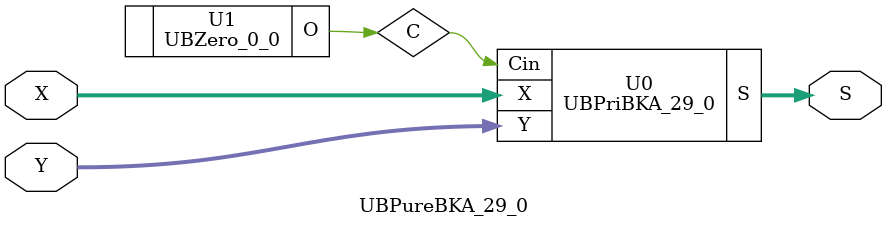
<source format=v>
/*----------------------------------------------------------------------------
  Copyright (c) 2021 Homma laboratory. All rights reserved.

  Top module: UBBKA_29_0_29_0

  Operand-1 length: 30
  Operand-2 length: 30
  Two-operand addition algorithm: Brent-Kung adder
----------------------------------------------------------------------------*/

module GPGenerator(Go, Po, A, B);
  output Go;
  output Po;
  input A;
  input B;
  assign Go = A & B;
  assign Po = A ^ B;
endmodule

module CarryOperator(Go, Po, Gi1, Pi1, Gi2, Pi2);
  output Go;
  output Po;
  input Gi1;
  input Gi2;
  input Pi1;
  input Pi2;
  assign Go = Gi1 | ( Gi2 & Pi1 );
  assign Po = Pi1 & Pi2;
endmodule

module UBPriBKA_29_0(S, X, Y, Cin);
  output [30:0] S;
  input Cin;
  input [29:0] X;
  input [29:0] Y;
  wire [29:0] G0;
  wire [29:0] G1;
  wire [29:0] G2;
  wire [29:0] G3;
  wire [29:0] G4;
  wire [29:0] G5;
  wire [29:0] G6;
  wire [29:0] G7;
  wire [29:0] G8;
  wire [29:0] P0;
  wire [29:0] P1;
  wire [29:0] P2;
  wire [29:0] P3;
  wire [29:0] P4;
  wire [29:0] P5;
  wire [29:0] P6;
  wire [29:0] P7;
  wire [29:0] P8;
  assign P1[0] = P0[0];
  assign G1[0] = G0[0];
  assign P1[2] = P0[2];
  assign G1[2] = G0[2];
  assign P1[4] = P0[4];
  assign G1[4] = G0[4];
  assign P1[6] = P0[6];
  assign G1[6] = G0[6];
  assign P1[8] = P0[8];
  assign G1[8] = G0[8];
  assign P1[10] = P0[10];
  assign G1[10] = G0[10];
  assign P1[12] = P0[12];
  assign G1[12] = G0[12];
  assign P1[14] = P0[14];
  assign G1[14] = G0[14];
  assign P1[16] = P0[16];
  assign G1[16] = G0[16];
  assign P1[18] = P0[18];
  assign G1[18] = G0[18];
  assign P1[20] = P0[20];
  assign G1[20] = G0[20];
  assign P1[22] = P0[22];
  assign G1[22] = G0[22];
  assign P1[24] = P0[24];
  assign G1[24] = G0[24];
  assign P1[26] = P0[26];
  assign G1[26] = G0[26];
  assign P1[28] = P0[28];
  assign G1[28] = G0[28];
  assign P2[0] = P1[0];
  assign G2[0] = G1[0];
  assign P2[1] = P1[1];
  assign G2[1] = G1[1];
  assign P2[2] = P1[2];
  assign G2[2] = G1[2];
  assign P2[4] = P1[4];
  assign G2[4] = G1[4];
  assign P2[5] = P1[5];
  assign G2[5] = G1[5];
  assign P2[6] = P1[6];
  assign G2[6] = G1[6];
  assign P2[8] = P1[8];
  assign G2[8] = G1[8];
  assign P2[9] = P1[9];
  assign G2[9] = G1[9];
  assign P2[10] = P1[10];
  assign G2[10] = G1[10];
  assign P2[12] = P1[12];
  assign G2[12] = G1[12];
  assign P2[13] = P1[13];
  assign G2[13] = G1[13];
  assign P2[14] = P1[14];
  assign G2[14] = G1[14];
  assign P2[16] = P1[16];
  assign G2[16] = G1[16];
  assign P2[17] = P1[17];
  assign G2[17] = G1[17];
  assign P2[18] = P1[18];
  assign G2[18] = G1[18];
  assign P2[20] = P1[20];
  assign G2[20] = G1[20];
  assign P2[21] = P1[21];
  assign G2[21] = G1[21];
  assign P2[22] = P1[22];
  assign G2[22] = G1[22];
  assign P2[24] = P1[24];
  assign G2[24] = G1[24];
  assign P2[25] = P1[25];
  assign G2[25] = G1[25];
  assign P2[26] = P1[26];
  assign G2[26] = G1[26];
  assign P2[28] = P1[28];
  assign G2[28] = G1[28];
  assign P2[29] = P1[29];
  assign G2[29] = G1[29];
  assign P3[0] = P2[0];
  assign G3[0] = G2[0];
  assign P3[1] = P2[1];
  assign G3[1] = G2[1];
  assign P3[2] = P2[2];
  assign G3[2] = G2[2];
  assign P3[3] = P2[3];
  assign G3[3] = G2[3];
  assign P3[4] = P2[4];
  assign G3[4] = G2[4];
  assign P3[5] = P2[5];
  assign G3[5] = G2[5];
  assign P3[6] = P2[6];
  assign G3[6] = G2[6];
  assign P3[8] = P2[8];
  assign G3[8] = G2[8];
  assign P3[9] = P2[9];
  assign G3[9] = G2[9];
  assign P3[10] = P2[10];
  assign G3[10] = G2[10];
  assign P3[11] = P2[11];
  assign G3[11] = G2[11];
  assign P3[12] = P2[12];
  assign G3[12] = G2[12];
  assign P3[13] = P2[13];
  assign G3[13] = G2[13];
  assign P3[14] = P2[14];
  assign G3[14] = G2[14];
  assign P3[16] = P2[16];
  assign G3[16] = G2[16];
  assign P3[17] = P2[17];
  assign G3[17] = G2[17];
  assign P3[18] = P2[18];
  assign G3[18] = G2[18];
  assign P3[19] = P2[19];
  assign G3[19] = G2[19];
  assign P3[20] = P2[20];
  assign G3[20] = G2[20];
  assign P3[21] = P2[21];
  assign G3[21] = G2[21];
  assign P3[22] = P2[22];
  assign G3[22] = G2[22];
  assign P3[24] = P2[24];
  assign G3[24] = G2[24];
  assign P3[25] = P2[25];
  assign G3[25] = G2[25];
  assign P3[26] = P2[26];
  assign G3[26] = G2[26];
  assign P3[27] = P2[27];
  assign G3[27] = G2[27];
  assign P3[28] = P2[28];
  assign G3[28] = G2[28];
  assign P3[29] = P2[29];
  assign G3[29] = G2[29];
  assign P4[0] = P3[0];
  assign G4[0] = G3[0];
  assign P4[1] = P3[1];
  assign G4[1] = G3[1];
  assign P4[2] = P3[2];
  assign G4[2] = G3[2];
  assign P4[3] = P3[3];
  assign G4[3] = G3[3];
  assign P4[4] = P3[4];
  assign G4[4] = G3[4];
  assign P4[5] = P3[5];
  assign G4[5] = G3[5];
  assign P4[6] = P3[6];
  assign G4[6] = G3[6];
  assign P4[7] = P3[7];
  assign G4[7] = G3[7];
  assign P4[8] = P3[8];
  assign G4[8] = G3[8];
  assign P4[9] = P3[9];
  assign G4[9] = G3[9];
  assign P4[10] = P3[10];
  assign G4[10] = G3[10];
  assign P4[11] = P3[11];
  assign G4[11] = G3[11];
  assign P4[12] = P3[12];
  assign G4[12] = G3[12];
  assign P4[13] = P3[13];
  assign G4[13] = G3[13];
  assign P4[14] = P3[14];
  assign G4[14] = G3[14];
  assign P4[16] = P3[16];
  assign G4[16] = G3[16];
  assign P4[17] = P3[17];
  assign G4[17] = G3[17];
  assign P4[18] = P3[18];
  assign G4[18] = G3[18];
  assign P4[19] = P3[19];
  assign G4[19] = G3[19];
  assign P4[20] = P3[20];
  assign G4[20] = G3[20];
  assign P4[21] = P3[21];
  assign G4[21] = G3[21];
  assign P4[22] = P3[22];
  assign G4[22] = G3[22];
  assign P4[23] = P3[23];
  assign G4[23] = G3[23];
  assign P4[24] = P3[24];
  assign G4[24] = G3[24];
  assign P4[25] = P3[25];
  assign G4[25] = G3[25];
  assign P4[26] = P3[26];
  assign G4[26] = G3[26];
  assign P4[27] = P3[27];
  assign G4[27] = G3[27];
  assign P4[28] = P3[28];
  assign G4[28] = G3[28];
  assign P4[29] = P3[29];
  assign G4[29] = G3[29];
  assign P5[0] = P4[0];
  assign G5[0] = G4[0];
  assign P5[1] = P4[1];
  assign G5[1] = G4[1];
  assign P5[2] = P4[2];
  assign G5[2] = G4[2];
  assign P5[3] = P4[3];
  assign G5[3] = G4[3];
  assign P5[4] = P4[4];
  assign G5[4] = G4[4];
  assign P5[5] = P4[5];
  assign G5[5] = G4[5];
  assign P5[6] = P4[6];
  assign G5[6] = G4[6];
  assign P5[7] = P4[7];
  assign G5[7] = G4[7];
  assign P5[8] = P4[8];
  assign G5[8] = G4[8];
  assign P5[9] = P4[9];
  assign G5[9] = G4[9];
  assign P5[10] = P4[10];
  assign G5[10] = G4[10];
  assign P5[11] = P4[11];
  assign G5[11] = G4[11];
  assign P5[12] = P4[12];
  assign G5[12] = G4[12];
  assign P5[13] = P4[13];
  assign G5[13] = G4[13];
  assign P5[14] = P4[14];
  assign G5[14] = G4[14];
  assign P5[15] = P4[15];
  assign G5[15] = G4[15];
  assign P5[16] = P4[16];
  assign G5[16] = G4[16];
  assign P5[17] = P4[17];
  assign G5[17] = G4[17];
  assign P5[18] = P4[18];
  assign G5[18] = G4[18];
  assign P5[19] = P4[19];
  assign G5[19] = G4[19];
  assign P5[20] = P4[20];
  assign G5[20] = G4[20];
  assign P5[21] = P4[21];
  assign G5[21] = G4[21];
  assign P5[22] = P4[22];
  assign G5[22] = G4[22];
  assign P5[24] = P4[24];
  assign G5[24] = G4[24];
  assign P5[25] = P4[25];
  assign G5[25] = G4[25];
  assign P5[26] = P4[26];
  assign G5[26] = G4[26];
  assign P5[27] = P4[27];
  assign G5[27] = G4[27];
  assign P5[28] = P4[28];
  assign G5[28] = G4[28];
  assign P5[29] = P4[29];
  assign G5[29] = G4[29];
  assign P6[0] = P5[0];
  assign G6[0] = G5[0];
  assign P6[1] = P5[1];
  assign G6[1] = G5[1];
  assign P6[2] = P5[2];
  assign G6[2] = G5[2];
  assign P6[3] = P5[3];
  assign G6[3] = G5[3];
  assign P6[4] = P5[4];
  assign G6[4] = G5[4];
  assign P6[5] = P5[5];
  assign G6[5] = G5[5];
  assign P6[6] = P5[6];
  assign G6[6] = G5[6];
  assign P6[7] = P5[7];
  assign G6[7] = G5[7];
  assign P6[8] = P5[8];
  assign G6[8] = G5[8];
  assign P6[9] = P5[9];
  assign G6[9] = G5[9];
  assign P6[10] = P5[10];
  assign G6[10] = G5[10];
  assign P6[12] = P5[12];
  assign G6[12] = G5[12];
  assign P6[13] = P5[13];
  assign G6[13] = G5[13];
  assign P6[14] = P5[14];
  assign G6[14] = G5[14];
  assign P6[15] = P5[15];
  assign G6[15] = G5[15];
  assign P6[16] = P5[16];
  assign G6[16] = G5[16];
  assign P6[17] = P5[17];
  assign G6[17] = G5[17];
  assign P6[18] = P5[18];
  assign G6[18] = G5[18];
  assign P6[20] = P5[20];
  assign G6[20] = G5[20];
  assign P6[21] = P5[21];
  assign G6[21] = G5[21];
  assign P6[22] = P5[22];
  assign G6[22] = G5[22];
  assign P6[23] = P5[23];
  assign G6[23] = G5[23];
  assign P6[24] = P5[24];
  assign G6[24] = G5[24];
  assign P6[25] = P5[25];
  assign G6[25] = G5[25];
  assign P6[26] = P5[26];
  assign G6[26] = G5[26];
  assign P6[28] = P5[28];
  assign G6[28] = G5[28];
  assign P6[29] = P5[29];
  assign G6[29] = G5[29];
  assign P7[0] = P6[0];
  assign G7[0] = G6[0];
  assign P7[1] = P6[1];
  assign G7[1] = G6[1];
  assign P7[2] = P6[2];
  assign G7[2] = G6[2];
  assign P7[3] = P6[3];
  assign G7[3] = G6[3];
  assign P7[4] = P6[4];
  assign G7[4] = G6[4];
  assign P7[6] = P6[6];
  assign G7[6] = G6[6];
  assign P7[7] = P6[7];
  assign G7[7] = G6[7];
  assign P7[8] = P6[8];
  assign G7[8] = G6[8];
  assign P7[10] = P6[10];
  assign G7[10] = G6[10];
  assign P7[11] = P6[11];
  assign G7[11] = G6[11];
  assign P7[12] = P6[12];
  assign G7[12] = G6[12];
  assign P7[14] = P6[14];
  assign G7[14] = G6[14];
  assign P7[15] = P6[15];
  assign G7[15] = G6[15];
  assign P7[16] = P6[16];
  assign G7[16] = G6[16];
  assign P7[18] = P6[18];
  assign G7[18] = G6[18];
  assign P7[19] = P6[19];
  assign G7[19] = G6[19];
  assign P7[20] = P6[20];
  assign G7[20] = G6[20];
  assign P7[22] = P6[22];
  assign G7[22] = G6[22];
  assign P7[23] = P6[23];
  assign G7[23] = G6[23];
  assign P7[24] = P6[24];
  assign G7[24] = G6[24];
  assign P7[26] = P6[26];
  assign G7[26] = G6[26];
  assign P7[27] = P6[27];
  assign G7[27] = G6[27];
  assign P7[28] = P6[28];
  assign G7[28] = G6[28];
  assign P8[0] = P7[0];
  assign G8[0] = G7[0];
  assign P8[1] = P7[1];
  assign G8[1] = G7[1];
  assign P8[3] = P7[3];
  assign G8[3] = G7[3];
  assign P8[5] = P7[5];
  assign G8[5] = G7[5];
  assign P8[7] = P7[7];
  assign G8[7] = G7[7];
  assign P8[9] = P7[9];
  assign G8[9] = G7[9];
  assign P8[11] = P7[11];
  assign G8[11] = G7[11];
  assign P8[13] = P7[13];
  assign G8[13] = G7[13];
  assign P8[15] = P7[15];
  assign G8[15] = G7[15];
  assign P8[17] = P7[17];
  assign G8[17] = G7[17];
  assign P8[19] = P7[19];
  assign G8[19] = G7[19];
  assign P8[21] = P7[21];
  assign G8[21] = G7[21];
  assign P8[23] = P7[23];
  assign G8[23] = G7[23];
  assign P8[25] = P7[25];
  assign G8[25] = G7[25];
  assign P8[27] = P7[27];
  assign G8[27] = G7[27];
  assign P8[29] = P7[29];
  assign G8[29] = G7[29];
  assign S[0] = Cin ^ P0[0];
  assign S[1] = ( G8[0] | ( P8[0] & Cin ) ) ^ P0[1];
  assign S[2] = ( G8[1] | ( P8[1] & Cin ) ) ^ P0[2];
  assign S[3] = ( G8[2] | ( P8[2] & Cin ) ) ^ P0[3];
  assign S[4] = ( G8[3] | ( P8[3] & Cin ) ) ^ P0[4];
  assign S[5] = ( G8[4] | ( P8[4] & Cin ) ) ^ P0[5];
  assign S[6] = ( G8[5] | ( P8[5] & Cin ) ) ^ P0[6];
  assign S[7] = ( G8[6] | ( P8[6] & Cin ) ) ^ P0[7];
  assign S[8] = ( G8[7] | ( P8[7] & Cin ) ) ^ P0[8];
  assign S[9] = ( G8[8] | ( P8[8] & Cin ) ) ^ P0[9];
  assign S[10] = ( G8[9] | ( P8[9] & Cin ) ) ^ P0[10];
  assign S[11] = ( G8[10] | ( P8[10] & Cin ) ) ^ P0[11];
  assign S[12] = ( G8[11] | ( P8[11] & Cin ) ) ^ P0[12];
  assign S[13] = ( G8[12] | ( P8[12] & Cin ) ) ^ P0[13];
  assign S[14] = ( G8[13] | ( P8[13] & Cin ) ) ^ P0[14];
  assign S[15] = ( G8[14] | ( P8[14] & Cin ) ) ^ P0[15];
  assign S[16] = ( G8[15] | ( P8[15] & Cin ) ) ^ P0[16];
  assign S[17] = ( G8[16] | ( P8[16] & Cin ) ) ^ P0[17];
  assign S[18] = ( G8[17] | ( P8[17] & Cin ) ) ^ P0[18];
  assign S[19] = ( G8[18] | ( P8[18] & Cin ) ) ^ P0[19];
  assign S[20] = ( G8[19] | ( P8[19] & Cin ) ) ^ P0[20];
  assign S[21] = ( G8[20] | ( P8[20] & Cin ) ) ^ P0[21];
  assign S[22] = ( G8[21] | ( P8[21] & Cin ) ) ^ P0[22];
  assign S[23] = ( G8[22] | ( P8[22] & Cin ) ) ^ P0[23];
  assign S[24] = ( G8[23] | ( P8[23] & Cin ) ) ^ P0[24];
  assign S[25] = ( G8[24] | ( P8[24] & Cin ) ) ^ P0[25];
  assign S[26] = ( G8[25] | ( P8[25] & Cin ) ) ^ P0[26];
  assign S[27] = ( G8[26] | ( P8[26] & Cin ) ) ^ P0[27];
  assign S[28] = ( G8[27] | ( P8[27] & Cin ) ) ^ P0[28];
  assign S[29] = ( G8[28] | ( P8[28] & Cin ) ) ^ P0[29];
  assign S[30] = G8[29] | ( P8[29] & Cin );
  GPGenerator U0 (G0[0], P0[0], X[0], Y[0]);
  GPGenerator U1 (G0[1], P0[1], X[1], Y[1]);
  GPGenerator U2 (G0[2], P0[2], X[2], Y[2]);
  GPGenerator U3 (G0[3], P0[3], X[3], Y[3]);
  GPGenerator U4 (G0[4], P0[4], X[4], Y[4]);
  GPGenerator U5 (G0[5], P0[5], X[5], Y[5]);
  GPGenerator U6 (G0[6], P0[6], X[6], Y[6]);
  GPGenerator U7 (G0[7], P0[7], X[7], Y[7]);
  GPGenerator U8 (G0[8], P0[8], X[8], Y[8]);
  GPGenerator U9 (G0[9], P0[9], X[9], Y[9]);
  GPGenerator U10 (G0[10], P0[10], X[10], Y[10]);
  GPGenerator U11 (G0[11], P0[11], X[11], Y[11]);
  GPGenerator U12 (G0[12], P0[12], X[12], Y[12]);
  GPGenerator U13 (G0[13], P0[13], X[13], Y[13]);
  GPGenerator U14 (G0[14], P0[14], X[14], Y[14]);
  GPGenerator U15 (G0[15], P0[15], X[15], Y[15]);
  GPGenerator U16 (G0[16], P0[16], X[16], Y[16]);
  GPGenerator U17 (G0[17], P0[17], X[17], Y[17]);
  GPGenerator U18 (G0[18], P0[18], X[18], Y[18]);
  GPGenerator U19 (G0[19], P0[19], X[19], Y[19]);
  GPGenerator U20 (G0[20], P0[20], X[20], Y[20]);
  GPGenerator U21 (G0[21], P0[21], X[21], Y[21]);
  GPGenerator U22 (G0[22], P0[22], X[22], Y[22]);
  GPGenerator U23 (G0[23], P0[23], X[23], Y[23]);
  GPGenerator U24 (G0[24], P0[24], X[24], Y[24]);
  GPGenerator U25 (G0[25], P0[25], X[25], Y[25]);
  GPGenerator U26 (G0[26], P0[26], X[26], Y[26]);
  GPGenerator U27 (G0[27], P0[27], X[27], Y[27]);
  GPGenerator U28 (G0[28], P0[28], X[28], Y[28]);
  GPGenerator U29 (G0[29], P0[29], X[29], Y[29]);
  CarryOperator U30 (G1[1], P1[1], G0[1], P0[1], G0[0], P0[0]);
  CarryOperator U31 (G1[3], P1[3], G0[3], P0[3], G0[2], P0[2]);
  CarryOperator U32 (G1[5], P1[5], G0[5], P0[5], G0[4], P0[4]);
  CarryOperator U33 (G1[7], P1[7], G0[7], P0[7], G0[6], P0[6]);
  CarryOperator U34 (G1[9], P1[9], G0[9], P0[9], G0[8], P0[8]);
  CarryOperator U35 (G1[11], P1[11], G0[11], P0[11], G0[10], P0[10]);
  CarryOperator U36 (G1[13], P1[13], G0[13], P0[13], G0[12], P0[12]);
  CarryOperator U37 (G1[15], P1[15], G0[15], P0[15], G0[14], P0[14]);
  CarryOperator U38 (G1[17], P1[17], G0[17], P0[17], G0[16], P0[16]);
  CarryOperator U39 (G1[19], P1[19], G0[19], P0[19], G0[18], P0[18]);
  CarryOperator U40 (G1[21], P1[21], G0[21], P0[21], G0[20], P0[20]);
  CarryOperator U41 (G1[23], P1[23], G0[23], P0[23], G0[22], P0[22]);
  CarryOperator U42 (G1[25], P1[25], G0[25], P0[25], G0[24], P0[24]);
  CarryOperator U43 (G1[27], P1[27], G0[27], P0[27], G0[26], P0[26]);
  CarryOperator U44 (G1[29], P1[29], G0[29], P0[29], G0[28], P0[28]);
  CarryOperator U45 (G2[3], P2[3], G1[3], P1[3], G1[1], P1[1]);
  CarryOperator U46 (G2[7], P2[7], G1[7], P1[7], G1[5], P1[5]);
  CarryOperator U47 (G2[11], P2[11], G1[11], P1[11], G1[9], P1[9]);
  CarryOperator U48 (G2[15], P2[15], G1[15], P1[15], G1[13], P1[13]);
  CarryOperator U49 (G2[19], P2[19], G1[19], P1[19], G1[17], P1[17]);
  CarryOperator U50 (G2[23], P2[23], G1[23], P1[23], G1[21], P1[21]);
  CarryOperator U51 (G2[27], P2[27], G1[27], P1[27], G1[25], P1[25]);
  CarryOperator U52 (G3[7], P3[7], G2[7], P2[7], G2[3], P2[3]);
  CarryOperator U53 (G3[15], P3[15], G2[15], P2[15], G2[11], P2[11]);
  CarryOperator U54 (G3[23], P3[23], G2[23], P2[23], G2[19], P2[19]);
  CarryOperator U55 (G4[15], P4[15], G3[15], P3[15], G3[7], P3[7]);
  CarryOperator U56 (G5[23], P5[23], G4[23], P4[23], G4[15], P4[15]);
  CarryOperator U57 (G6[11], P6[11], G5[11], P5[11], G5[7], P5[7]);
  CarryOperator U58 (G6[19], P6[19], G5[19], P5[19], G5[15], P5[15]);
  CarryOperator U59 (G6[27], P6[27], G5[27], P5[27], G5[23], P5[23]);
  CarryOperator U60 (G7[5], P7[5], G6[5], P6[5], G6[3], P6[3]);
  CarryOperator U61 (G7[9], P7[9], G6[9], P6[9], G6[7], P6[7]);
  CarryOperator U62 (G7[13], P7[13], G6[13], P6[13], G6[11], P6[11]);
  CarryOperator U63 (G7[17], P7[17], G6[17], P6[17], G6[15], P6[15]);
  CarryOperator U64 (G7[21], P7[21], G6[21], P6[21], G6[19], P6[19]);
  CarryOperator U65 (G7[25], P7[25], G6[25], P6[25], G6[23], P6[23]);
  CarryOperator U66 (G7[29], P7[29], G6[29], P6[29], G6[27], P6[27]);
  CarryOperator U67 (G8[2], P8[2], G7[2], P7[2], G7[1], P7[1]);
  CarryOperator U68 (G8[4], P8[4], G7[4], P7[4], G7[3], P7[3]);
  CarryOperator U69 (G8[6], P8[6], G7[6], P7[6], G7[5], P7[5]);
  CarryOperator U70 (G8[8], P8[8], G7[8], P7[8], G7[7], P7[7]);
  CarryOperator U71 (G8[10], P8[10], G7[10], P7[10], G7[9], P7[9]);
  CarryOperator U72 (G8[12], P8[12], G7[12], P7[12], G7[11], P7[11]);
  CarryOperator U73 (G8[14], P8[14], G7[14], P7[14], G7[13], P7[13]);
  CarryOperator U74 (G8[16], P8[16], G7[16], P7[16], G7[15], P7[15]);
  CarryOperator U75 (G8[18], P8[18], G7[18], P7[18], G7[17], P7[17]);
  CarryOperator U76 (G8[20], P8[20], G7[20], P7[20], G7[19], P7[19]);
  CarryOperator U77 (G8[22], P8[22], G7[22], P7[22], G7[21], P7[21]);
  CarryOperator U78 (G8[24], P8[24], G7[24], P7[24], G7[23], P7[23]);
  CarryOperator U79 (G8[26], P8[26], G7[26], P7[26], G7[25], P7[25]);
  CarryOperator U80 (G8[28], P8[28], G7[28], P7[28], G7[27], P7[27]);
endmodule

module UBZero_0_0(O);
  output [0:0] O;
  assign O[0] = 0;
endmodule

module UBBKA_29_0_29_0 (S, X, Y);
  output [30:0] S;
  input [29:0] X;
  input [29:0] Y;
  UBPureBKA_29_0 U0 (S[30:0], X[29:0], Y[29:0]);
endmodule

module UBPureBKA_29_0 (S, X, Y);
  output [30:0] S;
  input [29:0] X;
  input [29:0] Y;
  wire C;
  UBPriBKA_29_0 U0 (S, X, Y, C);
  UBZero_0_0 U1 (C);
endmodule


</source>
